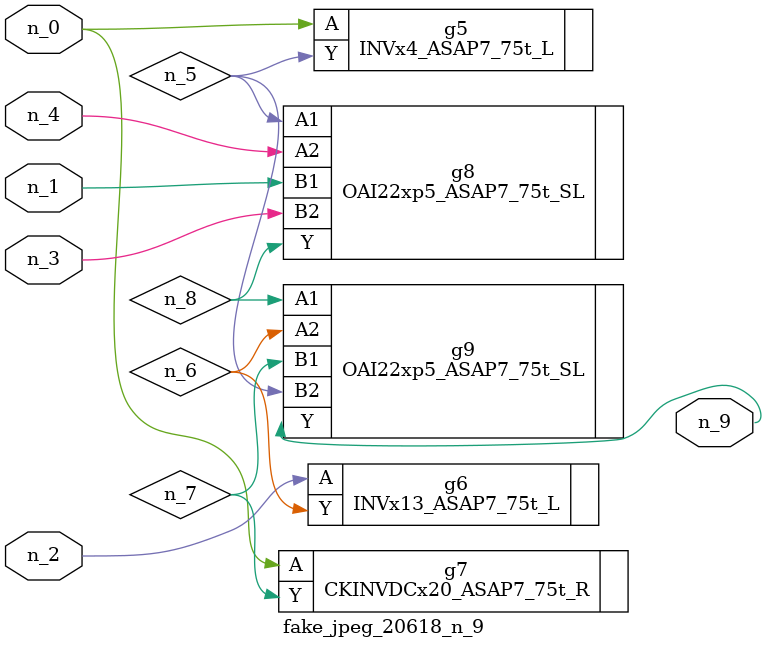
<source format=v>
module fake_jpeg_20618_n_9 (n_3, n_2, n_1, n_0, n_4, n_9);

input n_3;
input n_2;
input n_1;
input n_0;
input n_4;

output n_9;

wire n_8;
wire n_6;
wire n_5;
wire n_7;

INVx4_ASAP7_75t_L g5 ( 
.A(n_0),
.Y(n_5)
);

INVx13_ASAP7_75t_L g6 ( 
.A(n_2),
.Y(n_6)
);

CKINVDCx20_ASAP7_75t_R g7 ( 
.A(n_0),
.Y(n_7)
);

OAI22xp5_ASAP7_75t_SL g8 ( 
.A1(n_5),
.A2(n_4),
.B1(n_1),
.B2(n_3),
.Y(n_8)
);

OAI22xp5_ASAP7_75t_SL g9 ( 
.A1(n_8),
.A2(n_6),
.B1(n_7),
.B2(n_5),
.Y(n_9)
);


endmodule
</source>
